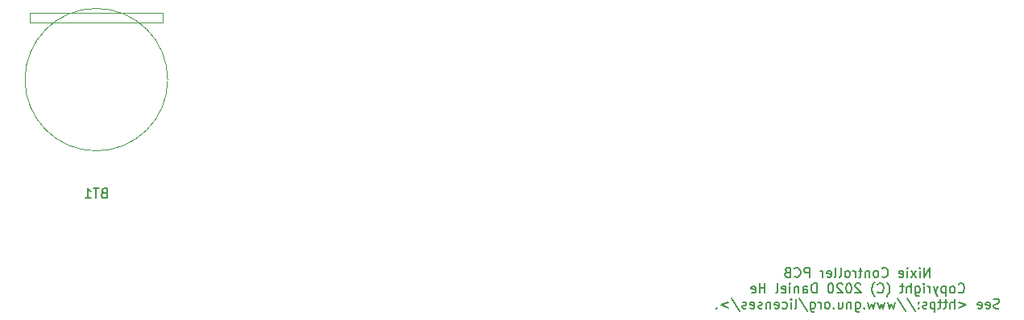
<source format=gbr>
%TF.GenerationSoftware,KiCad,Pcbnew,(5.1.5-131-g305ed0b65)-1*%
%TF.CreationDate,2020-09-08T16:10:38+08:00*%
%TF.ProjectId,NixieController,4e697869-6543-46f6-9e74-726f6c6c6572,rev?*%
%TF.SameCoordinates,Original*%
%TF.FileFunction,Legend,Bot*%
%TF.FilePolarity,Positive*%
%FSLAX46Y46*%
G04 Gerber Fmt 4.6, Leading zero omitted, Abs format (unit mm)*
G04 Created by KiCad (PCBNEW (5.1.5-131-g305ed0b65)-1) date 2020-09-08 16:10:38*
%MOMM*%
%LPD*%
G01*
G04 APERTURE LIST*
%ADD10C,0.150000*%
%ADD11C,0.120000*%
G04 APERTURE END LIST*
D10*
X195571428Y-110802380D02*
X195571428Y-109802380D01*
X195000000Y-110802380D01*
X195000000Y-109802380D01*
X194523809Y-110802380D02*
X194523809Y-110135714D01*
X194523809Y-109802380D02*
X194571428Y-109850000D01*
X194523809Y-109897619D01*
X194476190Y-109850000D01*
X194523809Y-109802380D01*
X194523809Y-109897619D01*
X194142857Y-110802380D02*
X193619047Y-110135714D01*
X194142857Y-110135714D02*
X193619047Y-110802380D01*
X193238095Y-110802380D02*
X193238095Y-110135714D01*
X193238095Y-109802380D02*
X193285714Y-109850000D01*
X193238095Y-109897619D01*
X193190476Y-109850000D01*
X193238095Y-109802380D01*
X193238095Y-109897619D01*
X192380952Y-110754761D02*
X192476190Y-110802380D01*
X192666666Y-110802380D01*
X192761904Y-110754761D01*
X192809523Y-110659523D01*
X192809523Y-110278571D01*
X192761904Y-110183333D01*
X192666666Y-110135714D01*
X192476190Y-110135714D01*
X192380952Y-110183333D01*
X192333333Y-110278571D01*
X192333333Y-110373809D01*
X192809523Y-110469047D01*
X190571428Y-110707142D02*
X190619047Y-110754761D01*
X190761904Y-110802380D01*
X190857142Y-110802380D01*
X191000000Y-110754761D01*
X191095238Y-110659523D01*
X191142857Y-110564285D01*
X191190476Y-110373809D01*
X191190476Y-110230952D01*
X191142857Y-110040476D01*
X191095238Y-109945238D01*
X191000000Y-109850000D01*
X190857142Y-109802380D01*
X190761904Y-109802380D01*
X190619047Y-109850000D01*
X190571428Y-109897619D01*
X190000000Y-110802380D02*
X190095238Y-110754761D01*
X190142857Y-110707142D01*
X190190476Y-110611904D01*
X190190476Y-110326190D01*
X190142857Y-110230952D01*
X190095238Y-110183333D01*
X190000000Y-110135714D01*
X189857142Y-110135714D01*
X189761904Y-110183333D01*
X189714285Y-110230952D01*
X189666666Y-110326190D01*
X189666666Y-110611904D01*
X189714285Y-110707142D01*
X189761904Y-110754761D01*
X189857142Y-110802380D01*
X190000000Y-110802380D01*
X189238095Y-110135714D02*
X189238095Y-110802380D01*
X189238095Y-110230952D02*
X189190476Y-110183333D01*
X189095238Y-110135714D01*
X188952380Y-110135714D01*
X188857142Y-110183333D01*
X188809523Y-110278571D01*
X188809523Y-110802380D01*
X188476190Y-110135714D02*
X188095238Y-110135714D01*
X188333333Y-109802380D02*
X188333333Y-110659523D01*
X188285714Y-110754761D01*
X188190476Y-110802380D01*
X188095238Y-110802380D01*
X187761904Y-110802380D02*
X187761904Y-110135714D01*
X187761904Y-110326190D02*
X187714285Y-110230952D01*
X187666666Y-110183333D01*
X187571428Y-110135714D01*
X187476190Y-110135714D01*
X187000000Y-110802380D02*
X187095238Y-110754761D01*
X187142857Y-110707142D01*
X187190476Y-110611904D01*
X187190476Y-110326190D01*
X187142857Y-110230952D01*
X187095238Y-110183333D01*
X187000000Y-110135714D01*
X186857142Y-110135714D01*
X186761904Y-110183333D01*
X186714285Y-110230952D01*
X186666666Y-110326190D01*
X186666666Y-110611904D01*
X186714285Y-110707142D01*
X186761904Y-110754761D01*
X186857142Y-110802380D01*
X187000000Y-110802380D01*
X186095238Y-110802380D02*
X186190476Y-110754761D01*
X186238095Y-110659523D01*
X186238095Y-109802380D01*
X185571428Y-110802380D02*
X185666666Y-110754761D01*
X185714285Y-110659523D01*
X185714285Y-109802380D01*
X184809523Y-110754761D02*
X184904761Y-110802380D01*
X185095238Y-110802380D01*
X185190476Y-110754761D01*
X185238095Y-110659523D01*
X185238095Y-110278571D01*
X185190476Y-110183333D01*
X185095238Y-110135714D01*
X184904761Y-110135714D01*
X184809523Y-110183333D01*
X184761904Y-110278571D01*
X184761904Y-110373809D01*
X185238095Y-110469047D01*
X184333333Y-110802380D02*
X184333333Y-110135714D01*
X184333333Y-110326190D02*
X184285714Y-110230952D01*
X184238095Y-110183333D01*
X184142857Y-110135714D01*
X184047619Y-110135714D01*
X182952380Y-110802380D02*
X182952380Y-109802380D01*
X182571428Y-109802380D01*
X182476190Y-109850000D01*
X182428571Y-109897619D01*
X182380952Y-109992857D01*
X182380952Y-110135714D01*
X182428571Y-110230952D01*
X182476190Y-110278571D01*
X182571428Y-110326190D01*
X182952380Y-110326190D01*
X181380952Y-110707142D02*
X181428571Y-110754761D01*
X181571428Y-110802380D01*
X181666666Y-110802380D01*
X181809523Y-110754761D01*
X181904761Y-110659523D01*
X181952380Y-110564285D01*
X182000000Y-110373809D01*
X182000000Y-110230952D01*
X181952380Y-110040476D01*
X181904761Y-109945238D01*
X181809523Y-109850000D01*
X181666666Y-109802380D01*
X181571428Y-109802380D01*
X181428571Y-109850000D01*
X181380952Y-109897619D01*
X180619047Y-110278571D02*
X180476190Y-110326190D01*
X180428571Y-110373809D01*
X180380952Y-110469047D01*
X180380952Y-110611904D01*
X180428571Y-110707142D01*
X180476190Y-110754761D01*
X180571428Y-110802380D01*
X180952380Y-110802380D01*
X180952380Y-109802380D01*
X180619047Y-109802380D01*
X180523809Y-109850000D01*
X180476190Y-109897619D01*
X180428571Y-109992857D01*
X180428571Y-110088095D01*
X180476190Y-110183333D01*
X180523809Y-110230952D01*
X180619047Y-110278571D01*
X180952380Y-110278571D01*
X198595238Y-112357142D02*
X198642857Y-112404761D01*
X198785714Y-112452380D01*
X198880952Y-112452380D01*
X199023809Y-112404761D01*
X199119047Y-112309523D01*
X199166666Y-112214285D01*
X199214285Y-112023809D01*
X199214285Y-111880952D01*
X199166666Y-111690476D01*
X199119047Y-111595238D01*
X199023809Y-111500000D01*
X198880952Y-111452380D01*
X198785714Y-111452380D01*
X198642857Y-111500000D01*
X198595238Y-111547619D01*
X198023809Y-112452380D02*
X198119047Y-112404761D01*
X198166666Y-112357142D01*
X198214285Y-112261904D01*
X198214285Y-111976190D01*
X198166666Y-111880952D01*
X198119047Y-111833333D01*
X198023809Y-111785714D01*
X197880952Y-111785714D01*
X197785714Y-111833333D01*
X197738095Y-111880952D01*
X197690476Y-111976190D01*
X197690476Y-112261904D01*
X197738095Y-112357142D01*
X197785714Y-112404761D01*
X197880952Y-112452380D01*
X198023809Y-112452380D01*
X197261904Y-111785714D02*
X197261904Y-112785714D01*
X197261904Y-111833333D02*
X197166666Y-111785714D01*
X196976190Y-111785714D01*
X196880952Y-111833333D01*
X196833333Y-111880952D01*
X196785714Y-111976190D01*
X196785714Y-112261904D01*
X196833333Y-112357142D01*
X196880952Y-112404761D01*
X196976190Y-112452380D01*
X197166666Y-112452380D01*
X197261904Y-112404761D01*
X196452380Y-111785714D02*
X196214285Y-112452380D01*
X195976190Y-111785714D02*
X196214285Y-112452380D01*
X196309523Y-112690476D01*
X196357142Y-112738095D01*
X196452380Y-112785714D01*
X195595238Y-112452380D02*
X195595238Y-111785714D01*
X195595238Y-111976190D02*
X195547619Y-111880952D01*
X195500000Y-111833333D01*
X195404761Y-111785714D01*
X195309523Y-111785714D01*
X194976190Y-112452380D02*
X194976190Y-111785714D01*
X194976190Y-111452380D02*
X195023809Y-111500000D01*
X194976190Y-111547619D01*
X194928571Y-111500000D01*
X194976190Y-111452380D01*
X194976190Y-111547619D01*
X194071428Y-111785714D02*
X194071428Y-112595238D01*
X194119047Y-112690476D01*
X194166666Y-112738095D01*
X194261904Y-112785714D01*
X194404761Y-112785714D01*
X194500000Y-112738095D01*
X194071428Y-112404761D02*
X194166666Y-112452380D01*
X194357142Y-112452380D01*
X194452380Y-112404761D01*
X194500000Y-112357142D01*
X194547619Y-112261904D01*
X194547619Y-111976190D01*
X194500000Y-111880952D01*
X194452380Y-111833333D01*
X194357142Y-111785714D01*
X194166666Y-111785714D01*
X194071428Y-111833333D01*
X193595238Y-112452380D02*
X193595238Y-111452380D01*
X193166666Y-112452380D02*
X193166666Y-111928571D01*
X193214285Y-111833333D01*
X193309523Y-111785714D01*
X193452380Y-111785714D01*
X193547619Y-111833333D01*
X193595238Y-111880952D01*
X192833333Y-111785714D02*
X192452380Y-111785714D01*
X192690476Y-111452380D02*
X192690476Y-112309523D01*
X192642857Y-112404761D01*
X192547619Y-112452380D01*
X192452380Y-112452380D01*
X191071428Y-112833333D02*
X191119047Y-112785714D01*
X191214285Y-112642857D01*
X191261904Y-112547619D01*
X191309523Y-112404761D01*
X191357142Y-112166666D01*
X191357142Y-111976190D01*
X191309523Y-111738095D01*
X191261904Y-111595238D01*
X191214285Y-111500000D01*
X191119047Y-111357142D01*
X191071428Y-111309523D01*
X190119047Y-112357142D02*
X190166666Y-112404761D01*
X190309523Y-112452380D01*
X190404761Y-112452380D01*
X190547619Y-112404761D01*
X190642857Y-112309523D01*
X190690476Y-112214285D01*
X190738095Y-112023809D01*
X190738095Y-111880952D01*
X190690476Y-111690476D01*
X190642857Y-111595238D01*
X190547619Y-111500000D01*
X190404761Y-111452380D01*
X190309523Y-111452380D01*
X190166666Y-111500000D01*
X190119047Y-111547619D01*
X189785714Y-112833333D02*
X189738095Y-112785714D01*
X189642857Y-112642857D01*
X189595238Y-112547619D01*
X189547619Y-112404761D01*
X189500000Y-112166666D01*
X189500000Y-111976190D01*
X189547619Y-111738095D01*
X189595238Y-111595238D01*
X189642857Y-111500000D01*
X189738095Y-111357142D01*
X189785714Y-111309523D01*
X188309523Y-111547619D02*
X188261904Y-111500000D01*
X188166666Y-111452380D01*
X187928571Y-111452380D01*
X187833333Y-111500000D01*
X187785714Y-111547619D01*
X187738095Y-111642857D01*
X187738095Y-111738095D01*
X187785714Y-111880952D01*
X188357142Y-112452380D01*
X187738095Y-112452380D01*
X187119047Y-111452380D02*
X187023809Y-111452380D01*
X186928571Y-111500000D01*
X186880952Y-111547619D01*
X186833333Y-111642857D01*
X186785714Y-111833333D01*
X186785714Y-112071428D01*
X186833333Y-112261904D01*
X186880952Y-112357142D01*
X186928571Y-112404761D01*
X187023809Y-112452380D01*
X187119047Y-112452380D01*
X187214285Y-112404761D01*
X187261904Y-112357142D01*
X187309523Y-112261904D01*
X187357142Y-112071428D01*
X187357142Y-111833333D01*
X187309523Y-111642857D01*
X187261904Y-111547619D01*
X187214285Y-111500000D01*
X187119047Y-111452380D01*
X186404761Y-111547619D02*
X186357142Y-111500000D01*
X186261904Y-111452380D01*
X186023809Y-111452380D01*
X185928571Y-111500000D01*
X185880952Y-111547619D01*
X185833333Y-111642857D01*
X185833333Y-111738095D01*
X185880952Y-111880952D01*
X186452380Y-112452380D01*
X185833333Y-112452380D01*
X185214285Y-111452380D02*
X185119047Y-111452380D01*
X185023809Y-111500000D01*
X184976190Y-111547619D01*
X184928571Y-111642857D01*
X184880952Y-111833333D01*
X184880952Y-112071428D01*
X184928571Y-112261904D01*
X184976190Y-112357142D01*
X185023809Y-112404761D01*
X185119047Y-112452380D01*
X185214285Y-112452380D01*
X185309523Y-112404761D01*
X185357142Y-112357142D01*
X185404761Y-112261904D01*
X185452380Y-112071428D01*
X185452380Y-111833333D01*
X185404761Y-111642857D01*
X185357142Y-111547619D01*
X185309523Y-111500000D01*
X185214285Y-111452380D01*
X183690476Y-112452380D02*
X183690476Y-111452380D01*
X183452380Y-111452380D01*
X183309523Y-111500000D01*
X183214285Y-111595238D01*
X183166666Y-111690476D01*
X183119047Y-111880952D01*
X183119047Y-112023809D01*
X183166666Y-112214285D01*
X183214285Y-112309523D01*
X183309523Y-112404761D01*
X183452380Y-112452380D01*
X183690476Y-112452380D01*
X182261904Y-112452380D02*
X182261904Y-111928571D01*
X182309523Y-111833333D01*
X182404761Y-111785714D01*
X182595238Y-111785714D01*
X182690476Y-111833333D01*
X182261904Y-112404761D02*
X182357142Y-112452380D01*
X182595238Y-112452380D01*
X182690476Y-112404761D01*
X182738095Y-112309523D01*
X182738095Y-112214285D01*
X182690476Y-112119047D01*
X182595238Y-112071428D01*
X182357142Y-112071428D01*
X182261904Y-112023809D01*
X181785714Y-111785714D02*
X181785714Y-112452380D01*
X181785714Y-111880952D02*
X181738095Y-111833333D01*
X181642857Y-111785714D01*
X181500000Y-111785714D01*
X181404761Y-111833333D01*
X181357142Y-111928571D01*
X181357142Y-112452380D01*
X180880952Y-112452380D02*
X180880952Y-111785714D01*
X180880952Y-111452380D02*
X180928571Y-111500000D01*
X180880952Y-111547619D01*
X180833333Y-111500000D01*
X180880952Y-111452380D01*
X180880952Y-111547619D01*
X180023809Y-112404761D02*
X180119047Y-112452380D01*
X180309523Y-112452380D01*
X180404761Y-112404761D01*
X180452380Y-112309523D01*
X180452380Y-111928571D01*
X180404761Y-111833333D01*
X180309523Y-111785714D01*
X180119047Y-111785714D01*
X180023809Y-111833333D01*
X179976190Y-111928571D01*
X179976190Y-112023809D01*
X180452380Y-112119047D01*
X179404761Y-112452380D02*
X179500000Y-112404761D01*
X179547619Y-112309523D01*
X179547619Y-111452380D01*
X178261904Y-112452380D02*
X178261904Y-111452380D01*
X178261904Y-111928571D02*
X177690476Y-111928571D01*
X177690476Y-112452380D02*
X177690476Y-111452380D01*
X176833333Y-112404761D02*
X176928571Y-112452380D01*
X177119047Y-112452380D01*
X177214285Y-112404761D01*
X177261904Y-112309523D01*
X177261904Y-111928571D01*
X177214285Y-111833333D01*
X177119047Y-111785714D01*
X176928571Y-111785714D01*
X176833333Y-111833333D01*
X176785714Y-111928571D01*
X176785714Y-112023809D01*
X177261904Y-112119047D01*
X202880952Y-114054761D02*
X202738095Y-114102380D01*
X202500000Y-114102380D01*
X202404761Y-114054761D01*
X202357142Y-114007142D01*
X202309523Y-113911904D01*
X202309523Y-113816666D01*
X202357142Y-113721428D01*
X202404761Y-113673809D01*
X202500000Y-113626190D01*
X202690476Y-113578571D01*
X202785714Y-113530952D01*
X202833333Y-113483333D01*
X202880952Y-113388095D01*
X202880952Y-113292857D01*
X202833333Y-113197619D01*
X202785714Y-113150000D01*
X202690476Y-113102380D01*
X202452380Y-113102380D01*
X202309523Y-113150000D01*
X201500000Y-114054761D02*
X201595238Y-114102380D01*
X201785714Y-114102380D01*
X201880952Y-114054761D01*
X201928571Y-113959523D01*
X201928571Y-113578571D01*
X201880952Y-113483333D01*
X201785714Y-113435714D01*
X201595238Y-113435714D01*
X201500000Y-113483333D01*
X201452380Y-113578571D01*
X201452380Y-113673809D01*
X201928571Y-113769047D01*
X200642857Y-114054761D02*
X200738095Y-114102380D01*
X200928571Y-114102380D01*
X201023809Y-114054761D01*
X201071428Y-113959523D01*
X201071428Y-113578571D01*
X201023809Y-113483333D01*
X200928571Y-113435714D01*
X200738095Y-113435714D01*
X200642857Y-113483333D01*
X200595238Y-113578571D01*
X200595238Y-113673809D01*
X201071428Y-113769047D01*
X198642857Y-113435714D02*
X199404761Y-113721428D01*
X198642857Y-114007142D01*
X198166666Y-114102380D02*
X198166666Y-113102380D01*
X197738095Y-114102380D02*
X197738095Y-113578571D01*
X197785714Y-113483333D01*
X197880952Y-113435714D01*
X198023809Y-113435714D01*
X198119047Y-113483333D01*
X198166666Y-113530952D01*
X197404761Y-113435714D02*
X197023809Y-113435714D01*
X197261904Y-113102380D02*
X197261904Y-113959523D01*
X197214285Y-114054761D01*
X197119047Y-114102380D01*
X197023809Y-114102380D01*
X196833333Y-113435714D02*
X196452380Y-113435714D01*
X196690476Y-113102380D02*
X196690476Y-113959523D01*
X196642857Y-114054761D01*
X196547619Y-114102380D01*
X196452380Y-114102380D01*
X196119047Y-113435714D02*
X196119047Y-114435714D01*
X196119047Y-113483333D02*
X196023809Y-113435714D01*
X195833333Y-113435714D01*
X195738095Y-113483333D01*
X195690476Y-113530952D01*
X195642857Y-113626190D01*
X195642857Y-113911904D01*
X195690476Y-114007142D01*
X195738095Y-114054761D01*
X195833333Y-114102380D01*
X196023809Y-114102380D01*
X196119047Y-114054761D01*
X195261904Y-114054761D02*
X195166666Y-114102380D01*
X194976190Y-114102380D01*
X194880952Y-114054761D01*
X194833333Y-113959523D01*
X194833333Y-113911904D01*
X194880952Y-113816666D01*
X194976190Y-113769047D01*
X195119047Y-113769047D01*
X195214285Y-113721428D01*
X195261904Y-113626190D01*
X195261904Y-113578571D01*
X195214285Y-113483333D01*
X195119047Y-113435714D01*
X194976190Y-113435714D01*
X194880952Y-113483333D01*
X194404761Y-114007142D02*
X194357142Y-114054761D01*
X194404761Y-114102380D01*
X194452380Y-114054761D01*
X194404761Y-114007142D01*
X194404761Y-114102380D01*
X194404761Y-113483333D02*
X194357142Y-113530952D01*
X194404761Y-113578571D01*
X194452380Y-113530952D01*
X194404761Y-113483333D01*
X194404761Y-113578571D01*
X193214285Y-113054761D02*
X194071428Y-114340476D01*
X192166666Y-113054761D02*
X193023809Y-114340476D01*
X191928571Y-113435714D02*
X191738095Y-114102380D01*
X191547619Y-113626190D01*
X191357142Y-114102380D01*
X191166666Y-113435714D01*
X190880952Y-113435714D02*
X190690476Y-114102380D01*
X190500000Y-113626190D01*
X190309523Y-114102380D01*
X190119047Y-113435714D01*
X189833333Y-113435714D02*
X189642857Y-114102380D01*
X189452380Y-113626190D01*
X189261904Y-114102380D01*
X189071428Y-113435714D01*
X188690476Y-114007142D02*
X188642857Y-114054761D01*
X188690476Y-114102380D01*
X188738095Y-114054761D01*
X188690476Y-114007142D01*
X188690476Y-114102380D01*
X187785714Y-113435714D02*
X187785714Y-114245238D01*
X187833333Y-114340476D01*
X187880952Y-114388095D01*
X187976190Y-114435714D01*
X188119047Y-114435714D01*
X188214285Y-114388095D01*
X187785714Y-114054761D02*
X187880952Y-114102380D01*
X188071428Y-114102380D01*
X188166666Y-114054761D01*
X188214285Y-114007142D01*
X188261904Y-113911904D01*
X188261904Y-113626190D01*
X188214285Y-113530952D01*
X188166666Y-113483333D01*
X188071428Y-113435714D01*
X187880952Y-113435714D01*
X187785714Y-113483333D01*
X187309523Y-113435714D02*
X187309523Y-114102380D01*
X187309523Y-113530952D02*
X187261904Y-113483333D01*
X187166666Y-113435714D01*
X187023809Y-113435714D01*
X186928571Y-113483333D01*
X186880952Y-113578571D01*
X186880952Y-114102380D01*
X185976190Y-113435714D02*
X185976190Y-114102380D01*
X186404761Y-113435714D02*
X186404761Y-113959523D01*
X186357142Y-114054761D01*
X186261904Y-114102380D01*
X186119047Y-114102380D01*
X186023809Y-114054761D01*
X185976190Y-114007142D01*
X185500000Y-114007142D02*
X185452380Y-114054761D01*
X185500000Y-114102380D01*
X185547619Y-114054761D01*
X185500000Y-114007142D01*
X185500000Y-114102380D01*
X184880952Y-114102380D02*
X184976190Y-114054761D01*
X185023809Y-114007142D01*
X185071428Y-113911904D01*
X185071428Y-113626190D01*
X185023809Y-113530952D01*
X184976190Y-113483333D01*
X184880952Y-113435714D01*
X184738095Y-113435714D01*
X184642857Y-113483333D01*
X184595238Y-113530952D01*
X184547619Y-113626190D01*
X184547619Y-113911904D01*
X184595238Y-114007142D01*
X184642857Y-114054761D01*
X184738095Y-114102380D01*
X184880952Y-114102380D01*
X184119047Y-114102380D02*
X184119047Y-113435714D01*
X184119047Y-113626190D02*
X184071428Y-113530952D01*
X184023809Y-113483333D01*
X183928571Y-113435714D01*
X183833333Y-113435714D01*
X183071428Y-113435714D02*
X183071428Y-114245238D01*
X183119047Y-114340476D01*
X183166666Y-114388095D01*
X183261904Y-114435714D01*
X183404761Y-114435714D01*
X183500000Y-114388095D01*
X183071428Y-114054761D02*
X183166666Y-114102380D01*
X183357142Y-114102380D01*
X183452380Y-114054761D01*
X183500000Y-114007142D01*
X183547619Y-113911904D01*
X183547619Y-113626190D01*
X183500000Y-113530952D01*
X183452380Y-113483333D01*
X183357142Y-113435714D01*
X183166666Y-113435714D01*
X183071428Y-113483333D01*
X181880952Y-113054761D02*
X182738095Y-114340476D01*
X181404761Y-114102380D02*
X181500000Y-114054761D01*
X181547619Y-113959523D01*
X181547619Y-113102380D01*
X181023809Y-114102380D02*
X181023809Y-113435714D01*
X181023809Y-113102380D02*
X181071428Y-113150000D01*
X181023809Y-113197619D01*
X180976190Y-113150000D01*
X181023809Y-113102380D01*
X181023809Y-113197619D01*
X180119047Y-114054761D02*
X180214285Y-114102380D01*
X180404761Y-114102380D01*
X180500000Y-114054761D01*
X180547619Y-114007142D01*
X180595238Y-113911904D01*
X180595238Y-113626190D01*
X180547619Y-113530952D01*
X180500000Y-113483333D01*
X180404761Y-113435714D01*
X180214285Y-113435714D01*
X180119047Y-113483333D01*
X179309523Y-114054761D02*
X179404761Y-114102380D01*
X179595238Y-114102380D01*
X179690476Y-114054761D01*
X179738095Y-113959523D01*
X179738095Y-113578571D01*
X179690476Y-113483333D01*
X179595238Y-113435714D01*
X179404761Y-113435714D01*
X179309523Y-113483333D01*
X179261904Y-113578571D01*
X179261904Y-113673809D01*
X179738095Y-113769047D01*
X178833333Y-113435714D02*
X178833333Y-114102380D01*
X178833333Y-113530952D02*
X178785714Y-113483333D01*
X178690476Y-113435714D01*
X178547619Y-113435714D01*
X178452380Y-113483333D01*
X178404761Y-113578571D01*
X178404761Y-114102380D01*
X177976190Y-114054761D02*
X177880952Y-114102380D01*
X177690476Y-114102380D01*
X177595238Y-114054761D01*
X177547619Y-113959523D01*
X177547619Y-113911904D01*
X177595238Y-113816666D01*
X177690476Y-113769047D01*
X177833333Y-113769047D01*
X177928571Y-113721428D01*
X177976190Y-113626190D01*
X177976190Y-113578571D01*
X177928571Y-113483333D01*
X177833333Y-113435714D01*
X177690476Y-113435714D01*
X177595238Y-113483333D01*
X176738095Y-114054761D02*
X176833333Y-114102380D01*
X177023809Y-114102380D01*
X177119047Y-114054761D01*
X177166666Y-113959523D01*
X177166666Y-113578571D01*
X177119047Y-113483333D01*
X177023809Y-113435714D01*
X176833333Y-113435714D01*
X176738095Y-113483333D01*
X176690476Y-113578571D01*
X176690476Y-113673809D01*
X177166666Y-113769047D01*
X176309523Y-114054761D02*
X176214285Y-114102380D01*
X176023809Y-114102380D01*
X175928571Y-114054761D01*
X175880952Y-113959523D01*
X175880952Y-113911904D01*
X175928571Y-113816666D01*
X176023809Y-113769047D01*
X176166666Y-113769047D01*
X176261904Y-113721428D01*
X176309523Y-113626190D01*
X176309523Y-113578571D01*
X176261904Y-113483333D01*
X176166666Y-113435714D01*
X176023809Y-113435714D01*
X175928571Y-113483333D01*
X174738095Y-113054761D02*
X175595238Y-114340476D01*
X174404761Y-113435714D02*
X173642857Y-113721428D01*
X174404761Y-114007142D01*
X173166666Y-114007142D02*
X173119047Y-114054761D01*
X173166666Y-114102380D01*
X173214285Y-114054761D01*
X173166666Y-114007142D01*
X173166666Y-114102380D01*
D11*
%TO.C,BT1*%
X115500000Y-90000000D02*
G75*
G03*
X115500000Y-90000000I-7500000J0D01*
G01*
X101000000Y-83000000D02*
X115000000Y-83000000D01*
X115000000Y-83000000D02*
X115000000Y-84000000D01*
X115000000Y-84000000D02*
X101000000Y-84000000D01*
X101000000Y-84000000D02*
X101000000Y-83000000D01*
D10*
X108785714Y-101928571D02*
X108642857Y-101976190D01*
X108595238Y-102023809D01*
X108547619Y-102119047D01*
X108547619Y-102261904D01*
X108595238Y-102357142D01*
X108642857Y-102404761D01*
X108738095Y-102452380D01*
X109119047Y-102452380D01*
X109119047Y-101452380D01*
X108785714Y-101452380D01*
X108690476Y-101500000D01*
X108642857Y-101547619D01*
X108595238Y-101642857D01*
X108595238Y-101738095D01*
X108642857Y-101833333D01*
X108690476Y-101880952D01*
X108785714Y-101928571D01*
X109119047Y-101928571D01*
X108261904Y-101452380D02*
X107690476Y-101452380D01*
X107976190Y-102452380D02*
X107976190Y-101452380D01*
X106833333Y-102452380D02*
X107404761Y-102452380D01*
X107119047Y-102452380D02*
X107119047Y-101452380D01*
X107214285Y-101595238D01*
X107309523Y-101690476D01*
X107404761Y-101738095D01*
%TD*%
M02*

</source>
